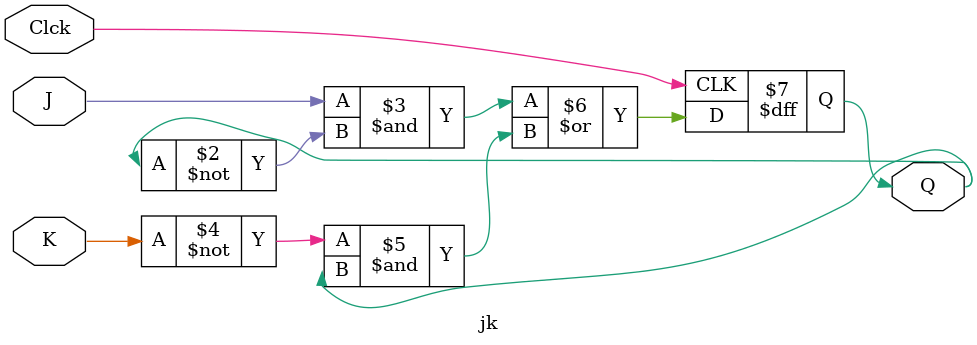
<source format=v>
`timescale 1ns / 1ps
module jk(J, K, Clck, Q);
	input J, K, Clck;
	output Q;
	reg Q;
	
	always @ (posedge Clck)
		Q = (J & ~Q) | (~K & Q);
endmodule

</source>
